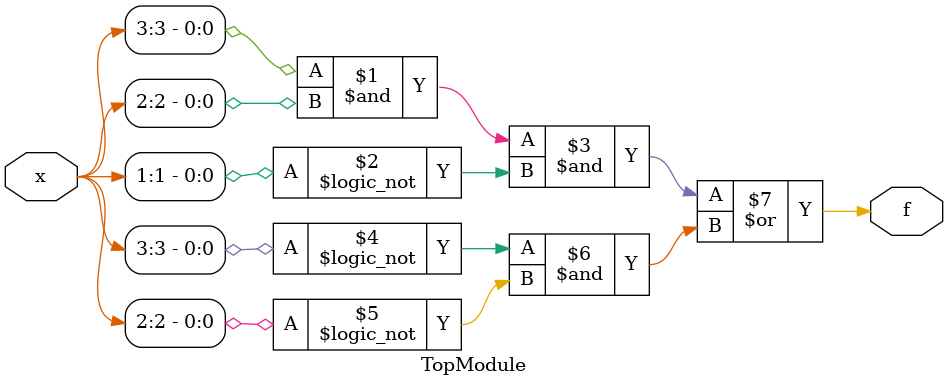
<source format=sv>

module TopModule (
  input [4:1] x,
  output logic f
);
assign f = (x[3] & x[2] & !x[1]) | (!x[3] & !x[2]);

// Karnaugh map don't-care conditions are already satisfied with the provided implementation

endmodule

</source>
